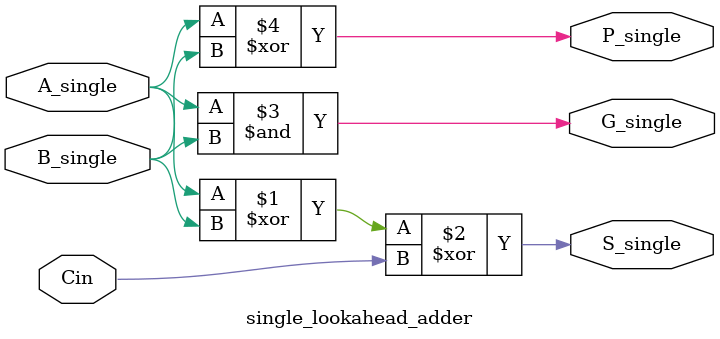
<source format=sv>
module carry_lookahead_adder
(
    input   logic[15:0]     A,
    input   logic[15:0]     B,
    output  logic[15:0]     Sum,
    output  logic           CO
);

    /* TODO
     *
     * Insert code here to implement a CLA adder.
     * Your code should be completly combinational (don't use always_ff or always_latch).
     * Feel free to create sub-modules or other files. */
   logic [3:0] C;
	logic [3:0] P;
	logic [3:0] G;
	logic P_g;
	logic G_g;
	assign CO = C[3];
	carry_lookahead_unit CLU(.P(P[3:0]), .G(G[3:0]), .cin(cin), .cout(C[3:0]), .P_G(P_g), .G_G(G_g));
	fourbit_lookahead four0(.A(A[3:0]),   .B(B[3:0]),   .cin(0),  .S(Sum[3:0]), .P_g(P[0]), .G_g(G[0]));
	fourbit_lookahead four1(.A(A[7:4]),   .B(B[7:4]),   .cin(C[0]), .S(Sum[7:4]), .P_g(P[1]), .G_g(G[1]));
	fourbit_lookahead four2(.A(A[11:8]),  .B(B[11:8]),  .cin(C[1]), .S(Sum[11:8]), .P_g(P[2]), .G_g(G[2]));
	fourbit_lookahead four3(.A(A[15:12]), .B(B[15:12]), .cin(C[2]), .S(Sum[15:12]), .P_g(P[3]), .G_g(G[3]));
endmodule


module fourbit_lookahead
(
	 input	[3:0] A,
	 input	[3:0] B,
	 input	cin,
	 output logic [3:0] S,
	 output logic P_g,
	 output logic G_g,
	 output logic cout
);
	logic [3:0] C;
	logic [3:0] P;
	logic [3:0] G;
	assign cout = C[3];
	carry_lookahead_unit CLU(.P(P[3:0]), .G(G[3:0]), .cin(cin), .cout(C[3:0]), .P_G(P_g), .G_G(G_g));
	single_lookahead_adder four0(.A_single(A[0]), .B_single(B[0]), .Cin(cin),  .S_single(S[0]), .P_single(P[0]), .G_single(G[0]));
	single_lookahead_adder four1(.A_single(A[1]), .B_single(B[1]), .Cin(C[0]), .S_single(S[1]), .P_single(P[1]), .G_single(G[1]));
	single_lookahead_adder four2(.A_single(A[2]), .B_single(B[2]), .Cin(C[1]), .S_single(S[2]), .P_single(P[2]), .G_single(G[2]));
	single_lookahead_adder four3(.A_single(A[3]), .B_single(B[3]), .Cin(C[2]), .S_single(S[3]), .P_single(P[3]), .G_single(G[3]));
	
endmodule



module carry_lookahead_unit
(
	 input	[3:0] P,
	 input	[3:0] G,
	 input	cin,
	 output logic [3:0] cout,
	 output logic P_G,
	 output logic G_G
	 
);
	always_comb
	begin: OUT
		cout[0] = cin;
		cout[1] = cout[0] & P[0] | G[0];
		cout[2] = cout[1] & P[1] | G[1];
		cout[3] = cout[2] & P[2] | G[2];
	end: OUT
	assign P_G = P[0] & P[1] & P[2] & P[3];
	assign G_G = G[3] | (G[2]&P[3]) | (G[1]&P[3]&P[2]) | (G[0]&P[3]&P[2]&P[1]);
	
endmodule

module single_lookahead_adder
(
	 input	A_single,
	 input	B_single,
	 input	Cin,
	 output logic S_single,
	 output logic P_single,
	 output logic G_single
	 
);
	assign S_single = A_single ^ B_single ^ Cin;
	assign G_single = A_single & B_single;
	assign P_single = A_single ^ B_single;
	
endmodule

</source>
